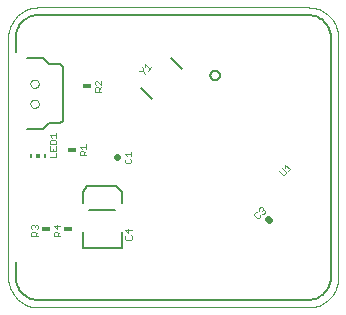
<source format=gto>
G75*
G70*
%OFA0B0*%
%FSLAX24Y24*%
%IPPOS*%
%LPD*%
%AMOC8*
5,1,8,0,0,1.08239X$1,22.5*
%
%ADD10C,0.0000*%
%ADD11C,0.0080*%
%ADD12C,0.0020*%
%ADD13R,0.0300X0.0180*%
%ADD14C,0.0220*%
%ADD15C,0.0050*%
%ADD16R,0.0059X0.0118*%
%ADD17R,0.0118X0.0118*%
D10*
X001500Y000500D02*
X010500Y000500D01*
X010560Y000502D01*
X010621Y000507D01*
X010680Y000516D01*
X010739Y000529D01*
X010798Y000545D01*
X010855Y000565D01*
X010910Y000588D01*
X010965Y000615D01*
X011017Y000644D01*
X011068Y000677D01*
X011117Y000713D01*
X011163Y000751D01*
X011207Y000793D01*
X011249Y000837D01*
X011287Y000883D01*
X011323Y000932D01*
X011356Y000983D01*
X011385Y001035D01*
X011412Y001090D01*
X011435Y001145D01*
X011455Y001202D01*
X011471Y001261D01*
X011484Y001320D01*
X011493Y001379D01*
X011498Y001440D01*
X011500Y001500D01*
X011500Y009500D01*
X011498Y009560D01*
X011493Y009621D01*
X011484Y009680D01*
X011471Y009739D01*
X011455Y009798D01*
X011435Y009855D01*
X011412Y009910D01*
X011385Y009965D01*
X011356Y010017D01*
X011323Y010068D01*
X011287Y010117D01*
X011249Y010163D01*
X011207Y010207D01*
X011163Y010249D01*
X011117Y010287D01*
X011068Y010323D01*
X011017Y010356D01*
X010965Y010385D01*
X010910Y010412D01*
X010855Y010435D01*
X010798Y010455D01*
X010739Y010471D01*
X010680Y010484D01*
X010621Y010493D01*
X010560Y010498D01*
X010500Y010500D01*
X001500Y010500D01*
X001440Y010498D01*
X001379Y010493D01*
X001320Y010484D01*
X001261Y010471D01*
X001202Y010455D01*
X001145Y010435D01*
X001090Y010412D01*
X001035Y010385D01*
X000983Y010356D01*
X000932Y010323D01*
X000883Y010287D01*
X000837Y010249D01*
X000793Y010207D01*
X000751Y010163D01*
X000713Y010117D01*
X000677Y010068D01*
X000644Y010017D01*
X000615Y009965D01*
X000588Y009910D01*
X000565Y009855D01*
X000545Y009798D01*
X000529Y009739D01*
X000516Y009680D01*
X000507Y009621D01*
X000502Y009560D01*
X000500Y009500D01*
X000500Y001500D01*
X000502Y001440D01*
X000507Y001379D01*
X000516Y001320D01*
X000529Y001261D01*
X000545Y001202D01*
X000565Y001145D01*
X000588Y001090D01*
X000615Y001035D01*
X000644Y000983D01*
X000677Y000932D01*
X000713Y000883D01*
X000751Y000837D01*
X000793Y000793D01*
X000837Y000751D01*
X000883Y000713D01*
X000932Y000677D01*
X000983Y000644D01*
X001035Y000615D01*
X001090Y000588D01*
X001145Y000565D01*
X001202Y000545D01*
X001261Y000529D01*
X001320Y000516D01*
X001379Y000507D01*
X001440Y000502D01*
X001500Y000500D01*
X001237Y007290D02*
X001239Y007313D01*
X001245Y007336D01*
X001255Y007357D01*
X001268Y007377D01*
X001284Y007394D01*
X001303Y007408D01*
X001324Y007418D01*
X001346Y007425D01*
X001369Y007428D01*
X001393Y007427D01*
X001415Y007422D01*
X001437Y007413D01*
X001457Y007401D01*
X001475Y007385D01*
X001489Y007367D01*
X001501Y007347D01*
X001509Y007325D01*
X001513Y007302D01*
X001513Y007278D01*
X001509Y007255D01*
X001501Y007233D01*
X001489Y007213D01*
X001475Y007195D01*
X001457Y007179D01*
X001437Y007167D01*
X001415Y007158D01*
X001393Y007153D01*
X001369Y007152D01*
X001346Y007155D01*
X001324Y007162D01*
X001303Y007172D01*
X001284Y007186D01*
X001268Y007203D01*
X001255Y007223D01*
X001245Y007244D01*
X001239Y007267D01*
X001237Y007290D01*
X001237Y007960D02*
X001239Y007983D01*
X001245Y008006D01*
X001255Y008027D01*
X001268Y008047D01*
X001284Y008064D01*
X001303Y008078D01*
X001324Y008088D01*
X001346Y008095D01*
X001369Y008098D01*
X001393Y008097D01*
X001415Y008092D01*
X001437Y008083D01*
X001457Y008071D01*
X001475Y008055D01*
X001489Y008037D01*
X001501Y008017D01*
X001509Y007995D01*
X001513Y007972D01*
X001513Y007948D01*
X001509Y007925D01*
X001501Y007903D01*
X001489Y007883D01*
X001475Y007865D01*
X001457Y007849D01*
X001437Y007837D01*
X001415Y007828D01*
X001393Y007823D01*
X001369Y007822D01*
X001346Y007825D01*
X001324Y007832D01*
X001303Y007842D01*
X001284Y007856D01*
X001268Y007873D01*
X001255Y007893D01*
X001245Y007914D01*
X001239Y007937D01*
X001237Y007960D01*
D11*
X004928Y007800D02*
X005290Y007438D01*
X006292Y008440D02*
X005930Y008802D01*
X007235Y008239D02*
X007237Y008264D01*
X007243Y008288D01*
X007252Y008311D01*
X007265Y008332D01*
X007281Y008351D01*
X007300Y008367D01*
X007321Y008380D01*
X007344Y008389D01*
X007368Y008395D01*
X007393Y008397D01*
X007418Y008395D01*
X007442Y008389D01*
X007465Y008380D01*
X007486Y008367D01*
X007505Y008351D01*
X007521Y008332D01*
X007534Y008311D01*
X007543Y008288D01*
X007549Y008264D01*
X007551Y008239D01*
X007549Y008214D01*
X007543Y008190D01*
X007534Y008167D01*
X007521Y008146D01*
X007505Y008127D01*
X007486Y008111D01*
X007465Y008098D01*
X007442Y008089D01*
X007418Y008083D01*
X007393Y008081D01*
X007368Y008083D01*
X007344Y008089D01*
X007321Y008098D01*
X007300Y008111D01*
X007281Y008127D01*
X007265Y008146D01*
X007252Y008167D01*
X007243Y008190D01*
X007237Y008214D01*
X007235Y008239D01*
X004097Y004543D02*
X003133Y004543D01*
X002975Y004366D01*
X002975Y003972D01*
X003192Y003756D02*
X004058Y003756D01*
X004275Y003972D02*
X004275Y004366D01*
X004097Y004543D01*
X004275Y003028D02*
X004275Y002476D01*
X002975Y002476D01*
X002975Y003028D01*
D12*
X002240Y003032D02*
X002167Y002958D01*
X002167Y002995D02*
X002167Y002885D01*
X002240Y002885D02*
X002020Y002885D01*
X002020Y002995D01*
X002057Y003032D01*
X002130Y003032D01*
X002167Y002995D01*
X002130Y003106D02*
X002130Y003253D01*
X002240Y003216D02*
X002020Y003216D01*
X002130Y003106D01*
X001490Y003143D02*
X001453Y003106D01*
X001490Y003143D02*
X001490Y003216D01*
X001453Y003253D01*
X001417Y003253D01*
X001380Y003216D01*
X001380Y003179D01*
X001380Y003216D02*
X001343Y003253D01*
X001307Y003253D01*
X001270Y003216D01*
X001270Y003143D01*
X001307Y003106D01*
X001307Y003032D02*
X001270Y002995D01*
X001270Y002885D01*
X001490Y002885D01*
X001417Y002885D02*
X001417Y002995D01*
X001380Y003032D01*
X001307Y003032D01*
X001417Y002958D02*
X001490Y003032D01*
X001885Y005501D02*
X002105Y005501D01*
X002105Y005648D01*
X002105Y005722D02*
X002105Y005869D01*
X002105Y005943D02*
X002105Y006053D01*
X002068Y006090D01*
X001922Y006090D01*
X001885Y006053D01*
X001885Y005943D01*
X002105Y005943D01*
X001995Y005795D02*
X001995Y005722D01*
X001885Y005722D02*
X002105Y005722D01*
X001885Y005722D02*
X001885Y005869D01*
X001958Y006164D02*
X001885Y006237D01*
X002105Y006237D01*
X002105Y006164D02*
X002105Y006311D01*
X002885Y005862D02*
X003105Y005862D01*
X003105Y005789D02*
X003105Y005936D01*
X002958Y005789D02*
X002885Y005862D01*
X002922Y005715D02*
X002885Y005678D01*
X002885Y005568D01*
X003105Y005568D01*
X003032Y005568D02*
X003032Y005678D01*
X002995Y005715D01*
X002922Y005715D01*
X003032Y005641D02*
X003105Y005715D01*
X004385Y005612D02*
X004605Y005612D01*
X004605Y005539D02*
X004605Y005686D01*
X004458Y005539D02*
X004385Y005612D01*
X004422Y005465D02*
X004385Y005428D01*
X004385Y005355D01*
X004422Y005318D01*
X004568Y005318D01*
X004605Y005355D01*
X004605Y005428D01*
X004568Y005465D01*
X003605Y007693D02*
X003385Y007693D01*
X003385Y007803D01*
X003422Y007840D01*
X003495Y007840D01*
X003532Y007803D01*
X003532Y007693D01*
X003532Y007766D02*
X003605Y007840D01*
X003605Y007914D02*
X003458Y008061D01*
X003422Y008061D01*
X003385Y008024D01*
X003385Y007951D01*
X003422Y007914D01*
X003605Y007914D02*
X003605Y008061D01*
X004853Y008396D02*
X004879Y008370D01*
X004983Y008370D01*
X005061Y008292D01*
X004983Y008370D02*
X004983Y008474D01*
X004957Y008500D01*
X005061Y008500D02*
X005061Y008604D01*
X005217Y008448D01*
X005165Y008396D02*
X005269Y008500D01*
X009513Y005056D02*
X009643Y004926D01*
X009695Y004926D01*
X009747Y004978D01*
X009747Y005030D01*
X009617Y005159D01*
X009721Y005160D02*
X009721Y005264D01*
X009877Y005108D01*
X009825Y005056D02*
X009929Y005160D01*
X008957Y003834D02*
X008983Y003808D01*
X008983Y003756D01*
X009035Y003756D01*
X009061Y003730D01*
X009061Y003678D01*
X009009Y003626D01*
X008957Y003626D01*
X008904Y003574D02*
X008904Y003522D01*
X008852Y003470D01*
X008800Y003470D01*
X008697Y003574D01*
X008697Y003626D01*
X008749Y003678D01*
X008800Y003678D01*
X008853Y003730D02*
X008853Y003782D01*
X008905Y003834D01*
X008957Y003834D01*
X008983Y003756D02*
X008957Y003730D01*
X004615Y003091D02*
X004395Y003091D01*
X004505Y002981D01*
X004505Y003128D01*
X004578Y002907D02*
X004615Y002870D01*
X004615Y002797D01*
X004578Y002760D01*
X004432Y002760D01*
X004395Y002797D01*
X004395Y002870D01*
X004432Y002907D01*
D13*
X002500Y003125D03*
X001750Y003125D03*
X002625Y005750D03*
X003125Y007875D03*
D14*
X004113Y005500D02*
X004137Y005500D01*
X009172Y003438D02*
X009188Y003422D01*
D15*
X011250Y001500D02*
X011248Y001446D01*
X011242Y001393D01*
X011233Y001341D01*
X011220Y001289D01*
X011203Y001238D01*
X011182Y001188D01*
X011158Y001141D01*
X011131Y001095D01*
X011100Y001051D01*
X011067Y001009D01*
X011030Y000970D01*
X010991Y000933D01*
X010949Y000900D01*
X010905Y000869D01*
X010859Y000842D01*
X010812Y000818D01*
X010762Y000797D01*
X010711Y000780D01*
X010659Y000767D01*
X010607Y000758D01*
X010554Y000752D01*
X010500Y000750D01*
X001500Y000750D01*
X001446Y000752D01*
X001393Y000758D01*
X001341Y000767D01*
X001289Y000780D01*
X001238Y000797D01*
X001188Y000818D01*
X001141Y000842D01*
X001095Y000869D01*
X001051Y000900D01*
X001009Y000933D01*
X000970Y000970D01*
X000933Y001009D01*
X000900Y001051D01*
X000869Y001095D01*
X000842Y001141D01*
X000818Y001188D01*
X000797Y001238D01*
X000780Y001289D01*
X000767Y001341D01*
X000758Y001393D01*
X000752Y001446D01*
X000750Y001500D01*
X000750Y002000D01*
X001139Y006444D02*
X001651Y006444D01*
X001847Y006641D01*
X002241Y006641D01*
X002320Y006719D01*
X002320Y008531D01*
X002241Y008609D01*
X001847Y008609D01*
X001651Y008806D01*
X001139Y008806D01*
X000750Y009000D02*
X000750Y009500D01*
X000752Y009554D01*
X000758Y009607D01*
X000767Y009659D01*
X000780Y009711D01*
X000797Y009762D01*
X000818Y009812D01*
X000842Y009859D01*
X000869Y009905D01*
X000900Y009949D01*
X000933Y009991D01*
X000970Y010030D01*
X001009Y010067D01*
X001051Y010100D01*
X001095Y010131D01*
X001141Y010158D01*
X001188Y010182D01*
X001238Y010203D01*
X001289Y010220D01*
X001341Y010233D01*
X001393Y010242D01*
X001446Y010248D01*
X001500Y010250D01*
X010500Y010250D01*
X010554Y010248D01*
X010607Y010242D01*
X010659Y010233D01*
X010711Y010220D01*
X010762Y010203D01*
X010812Y010182D01*
X010859Y010158D01*
X010905Y010131D01*
X010949Y010100D01*
X010991Y010067D01*
X011030Y010030D01*
X011067Y009991D01*
X011100Y009949D01*
X011131Y009905D01*
X011158Y009859D01*
X011182Y009812D01*
X011203Y009762D01*
X011220Y009711D01*
X011233Y009659D01*
X011242Y009607D01*
X011248Y009554D01*
X011250Y009500D01*
X011250Y001500D01*
D16*
X001736Y005566D03*
X001264Y005566D03*
D17*
X001500Y005566D03*
M02*

</source>
